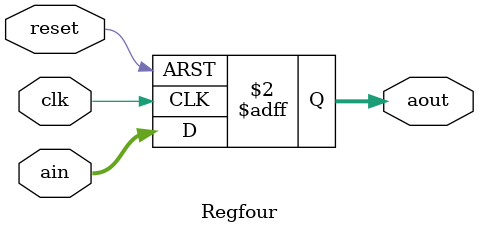
<source format=sv>
module Regfour #(parameter N = 4)(clk, reset, ain, aout);
input logic clk, reset;
input logic [N-1:0]ain;
output logic [N-1:0]aout;

always_ff @(posedge clk, posedge reset)
if (reset)
aout<=0;
else
aout<=ain;
endmodule

</source>
